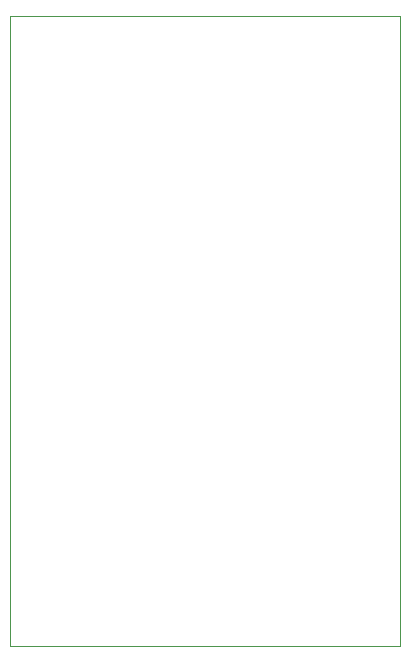
<source format=gm1>
%TF.GenerationSoftware,KiCad,Pcbnew,8.0.3-8.0.3-0~ubuntu22.04.1*%
%TF.CreationDate,2024-10-04T19:55:40+02:00*%
%TF.ProjectId,nrf52832_devboard,6e726635-3238-4333-925f-646576626f61,0.1*%
%TF.SameCoordinates,Original*%
%TF.FileFunction,Profile,NP*%
%FSLAX46Y46*%
G04 Gerber Fmt 4.6, Leading zero omitted, Abs format (unit mm)*
G04 Created by KiCad (PCBNEW 8.0.3-8.0.3-0~ubuntu22.04.1) date 2024-10-04 19:55:40*
%MOMM*%
%LPD*%
G01*
G04 APERTURE LIST*
%TA.AperFunction,Profile*%
%ADD10C,0.050000*%
%TD*%
G04 APERTURE END LIST*
D10*
X142240000Y-55880000D02*
X175260000Y-55880000D01*
X175260000Y-109220000D01*
X142240000Y-109220000D01*
X142240000Y-55880000D01*
M02*

</source>
